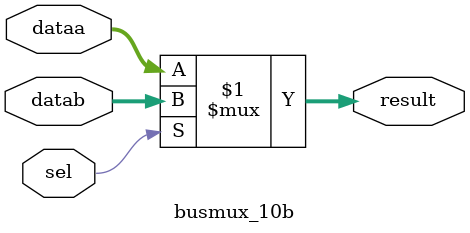
<source format=v>



module busmux_10b(sel,dataa,datab,result);
input sel;
input [9:0] dataa;
input [9:0] datab;
output [9:0] result;

assign result=sel?datab:dataa;


endmodule

</source>
